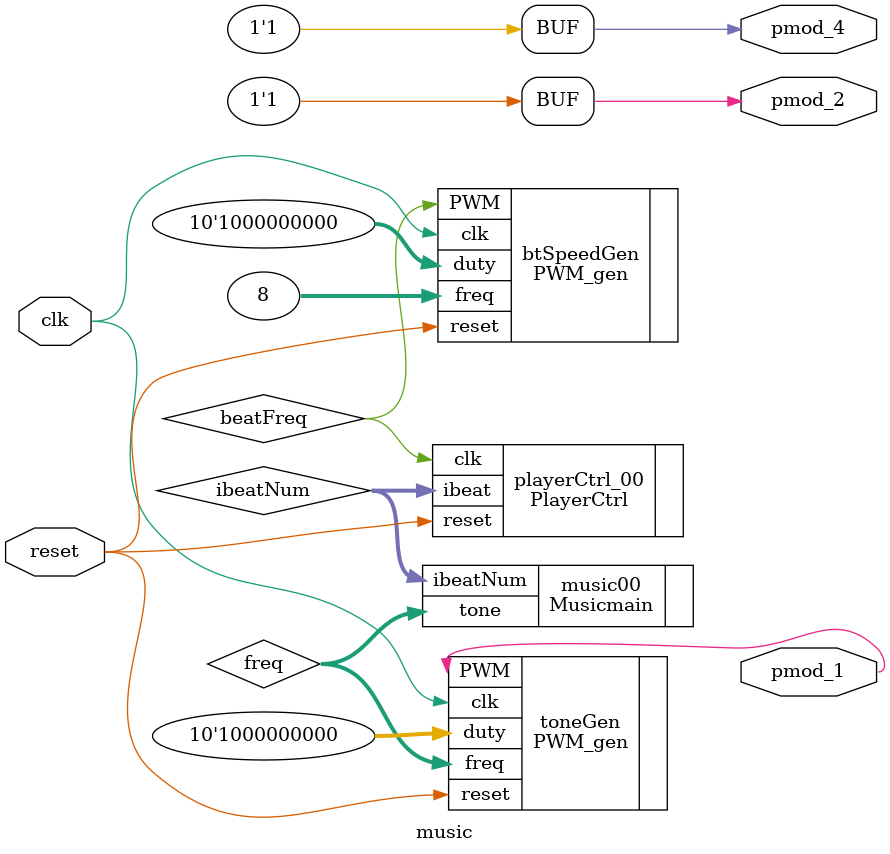
<source format=v>

module music (
	input clk,
	input reset,
	output pmod_1,
	output pmod_2,
    output pmod_4
);
parameter BEAT_FREQ = 32'd8;	//one beat=0.125sec
parameter DUTY_BEST = 10'd512;	//duty cycle=50%

wire [31:0] freq;
wire [7:0] ibeatNum;
wire beatFreq;

assign pmod_2 = 1'd1;	//no gain(6dB)
assign pmod_4 = 1'd1;	//turn-on

//Generate beat speed
PWM_gen btSpeedGen ( .clk(clk), 
					 .reset(reset),
					 .freq(BEAT_FREQ),
					 .duty(DUTY_BEST), 
					 .PWM(beatFreq)
);
	
//manipulate beat
PlayerCtrl playerCtrl_00 ( .clk(beatFreq),
						   .reset(reset),
						   .ibeat(ibeatNum)
);	
	
//Generate variant freq. of tones
Musicmain music00 ( .ibeatNum(ibeatNum),
				.tone(freq)
);

// Generate particular freq. signal
PWM_gen toneGen ( .clk(clk), 
				  .reset(reset), 
				  .freq(freq),
				  .duty(DUTY_BEST), 
				  .PWM(pmod_1)
);
endmodule
</source>
